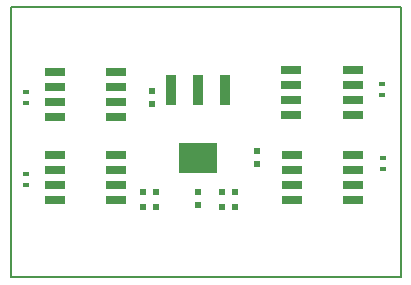
<source format=gbr>
G04 #@! TF.FileFunction,Paste,Top*
%FSLAX46Y46*%
G04 Gerber Fmt 4.6, Leading zero omitted, Abs format (unit mm)*
G04 Created by KiCad (PCBNEW 4.0.3+e1-6302~38~ubuntu14.04.1-stable) date Fri Aug 19 16:38:25 2016*
%MOMM*%
%LPD*%
G01*
G04 APERTURE LIST*
%ADD10C,0.100000*%
%ADD11C,0.150000*%
%ADD12R,0.500000X0.600000*%
%ADD13R,0.600000X0.500000*%
%ADD14R,0.600000X0.400000*%
%ADD15R,3.300000X2.500000*%
%ADD16R,0.950000X2.500000*%
%ADD17R,1.778000X0.711200*%
G04 APERTURE END LIST*
D10*
D11*
X170180000Y-107950000D02*
X170180000Y-85090000D01*
X203200000Y-107950000D02*
X170180000Y-107950000D01*
X203200000Y-85090000D02*
X203200000Y-107950000D01*
X170180000Y-85090000D02*
X203200000Y-85090000D01*
D12*
X191008000Y-98340000D03*
X191008000Y-97240000D03*
X182118000Y-92160000D03*
X182118000Y-93260000D03*
D13*
X182477500Y-100711000D03*
X181377500Y-100711000D03*
X189208500Y-100711000D03*
X188108500Y-100711000D03*
X182477500Y-101981000D03*
X181377500Y-101981000D03*
X189208500Y-101981000D03*
X188108500Y-101981000D03*
D12*
X186055000Y-100732500D03*
X186055000Y-101832500D03*
D14*
X201612500Y-91625000D03*
X201612500Y-92525000D03*
X201676000Y-98748000D03*
X201676000Y-97848000D03*
X171450000Y-100145000D03*
X171450000Y-99245000D03*
D15*
X186055000Y-97875000D03*
D16*
X186055000Y-92075000D03*
X183755000Y-92075000D03*
X188355000Y-92075000D03*
D14*
X171450000Y-92260000D03*
X171450000Y-93160000D03*
D17*
X193929000Y-94180000D03*
X199136000Y-94180000D03*
X193929000Y-92910000D03*
X199136000Y-92910000D03*
X193929000Y-91640000D03*
X199136000Y-91640000D03*
X193929000Y-90370000D03*
X199136000Y-90370000D03*
X193992500Y-101419000D03*
X199199500Y-101419000D03*
X193992500Y-100149000D03*
X199199500Y-100149000D03*
X193992500Y-98879000D03*
X199199500Y-98879000D03*
X193992500Y-97609000D03*
X199199500Y-97609000D03*
X179133500Y-97590000D03*
X173926500Y-97590000D03*
X179133500Y-98860000D03*
X173926500Y-98860000D03*
X179133500Y-100130000D03*
X173926500Y-100130000D03*
X179133500Y-101400000D03*
X173926500Y-101400000D03*
X179133500Y-90605000D03*
X173926500Y-90605000D03*
X179133500Y-91875000D03*
X173926500Y-91875000D03*
X179133500Y-93145000D03*
X173926500Y-93145000D03*
X179133500Y-94415000D03*
X173926500Y-94415000D03*
M02*

</source>
